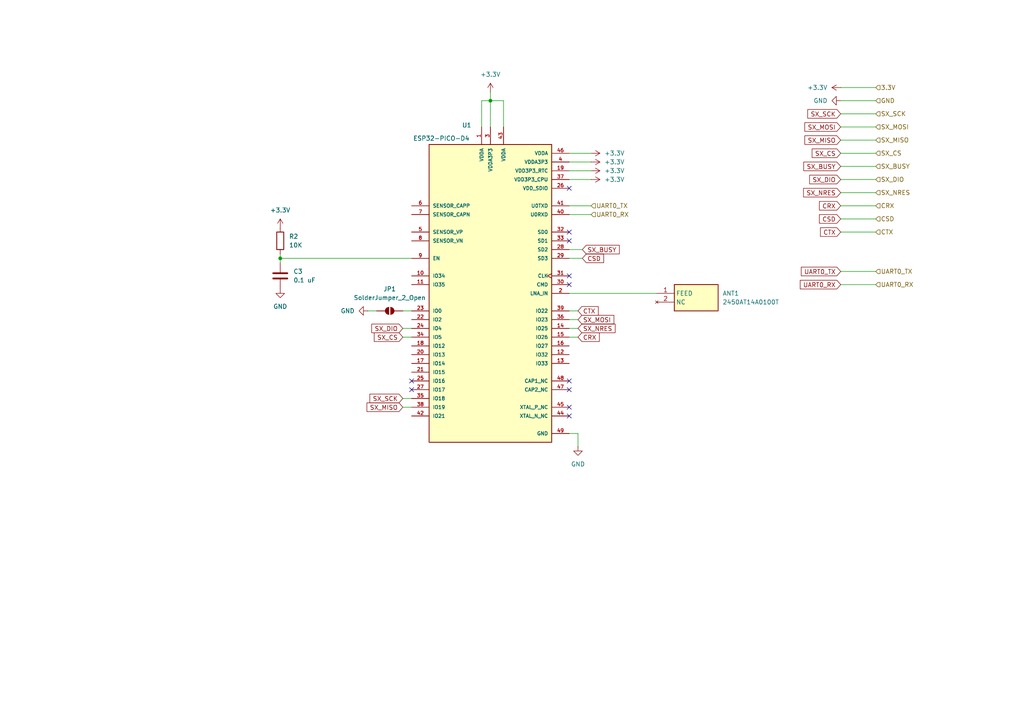
<source format=kicad_sch>
(kicad_sch (version 20231120) (generator "eeschema") (generator_version "8.0")
  (paper "A4")
  (lib_symbols
    (symbol "2450AT14A0100T:2450AT14A0100T"
      (property "Reference" "ANT" (at 19.05 7.62 0))
      (property "Value" "2450AT14A0100T" (at 19.05 5.08 0))
      (symbol "2450AT14A0100T_1_1"
        (rectangle (start 5.08 2.54) (end 17.78 -5.08) (stroke (width 0.254)) (fill (type background)))
        (pin input line (at 0 0 0) (length 5.08) (name "FEED") (number "1"))
        (pin no_connect line (at 0 -2.54 0) (length 5.08) (name "NC") (number "2"))
      )
    )
    (symbol "Device:C" (pin_numbers hide) (pin_names (offset 0.254))
      (property "Reference" "C" (at 0.635 2.54 0))
      (property "Value" "C" (at 0.635 -2.54 0))
      (symbol "C_0_1"
        (polyline (pts (xy -2.032 -0.762) (xy 2.032 -0.762)) (stroke (width 0.508)))
        (polyline (pts (xy -2.032 0.762) (xy 2.032 0.762)) (stroke (width 0.508)))
      )
      (symbol "C_1_1"
        (pin passive line (at 0 3.81 270) (length 2.794) (name "~") (number "1"))
        (pin passive line (at 0 -3.81 90) (length 2.794) (name "~") (number "2"))
      )
    )
    (symbol "Device:R" (pin_numbers hide) (pin_names (offset 0))
      (property "Reference" "R" (at 2.032 0 90))
      (property "Value" "R" (at 0 0 90))
      (symbol "R_0_1"
        (rectangle (start -1.016 -2.54) (end 1.016 2.54) (stroke (width 0.254)))
      )
      (symbol "R_1_1"
        (pin passive line (at 0 3.81 270) (length 1.27) (name "~") (number "1"))
        (pin passive line (at 0 -3.81 90) (length 1.27) (name "~") (number "2"))
      )
    )
    (symbol "ESP32-PICO-D4:ESP32-PICO-D4" (pin_names (offset 1.016))
      (property "Reference" "U" (at -17.78 44.069 0))
      (property "Value" "ESP32-PICO-D4" (at -17.78 -45.72 0))
      (symbol "ESP32-PICO-D4_0_0"
        (rectangle (start -17.78 43.18) (end 17.78 -43.18) (stroke (width 0.254)) (fill (type background)))
        (pin power_in line (at -2.54 48.26 270) (length 5.08) (name "VDDA") (number "1"))
        (pin input line (at -22.86 5.08 0) (length 5.08) (name "IO34") (number "10"))
        (pin input line (at -22.86 2.54 0) (length 5.08) (name "IO35") (number "11"))
        (pin bidirectional line (at 22.86 -17.78 180) (length 5.08) (name "IO32") (number "12"))
        (pin bidirectional line (at 22.86 -20.32 180) (length 5.08) (name "IO33") (number "13"))
        (pin bidirectional line (at 22.86 -10.16 180) (length 5.08) (name "IO25") (number "14"))
        (pin bidirectional line (at 22.86 -12.7 180) (length 5.08) (name "IO26") (number "15"))
        (pin bidirectional line (at 22.86 -15.24 180) (length 5.08) (name "IO27") (number "16"))
        (pin bidirectional line (at -22.86 -20.32 0) (length 5.08) (name "IO14") (number "17"))
        (pin bidirectional line (at -22.86 -15.24 0) (length 5.08) (name "IO12") (number "18"))
        (pin power_in line (at 22.86 35.56 180) (length 5.08) (name "VDD3P3_RTC") (number "19"))
        (pin bidirectional line (at 22.86 0 180) (length 5.08) (name "LNA_IN") (number "2"))
        (pin bidirectional line (at -22.86 -17.78 0) (length 5.08) (name "IO13") (number "20"))
        (pin bidirectional line (at -22.86 -22.86 0) (length 5.08) (name "IO15") (number "21"))
        (pin bidirectional line (at -22.86 -7.62 0) (length 5.08) (name "IO2") (number "22"))
        (pin bidirectional line (at -22.86 -5.08 0) (length 5.08) (name "IO0") (number "23"))
        (pin bidirectional line (at -22.86 -10.16 0) (length 5.08) (name "IO4") (number "24"))
        (pin bidirectional line (at -22.86 -25.4 0) (length 5.08) (name "IO16") (number "25"))
        (pin power_in line (at 22.86 30.48 180) (length 5.08) (name "VDD_SDIO") (number "26"))
        (pin bidirectional line (at -22.86 -27.94 0) (length 5.08) (name "IO17") (number "27"))
        (pin bidirectional line (at 22.86 12.7 180) (length 5.08) (name "SD2") (number "28"))
        (pin bidirectional line (at 22.86 10.16 180) (length 5.08) (name "SD3") (number "29"))
        (pin power_in line (at 0 48.26 270) (length 5.08) (name "VDDA3P3") (number "3"))
        (pin bidirectional line (at 22.86 2.54 180) (length 5.08) (name "CMD") (number "30"))
        (pin bidirectional clock (at 22.86 5.08 180) (length 5.08) (name "CLK") (number "31"))
        (pin bidirectional line (at 22.86 17.78 180) (length 5.08) (name "SD0") (number "32"))
        (pin bidirectional line (at 22.86 15.24 180) (length 5.08) (name "SD1") (number "33"))
        (pin bidirectional line (at -22.86 -12.7 0) (length 5.08) (name "IO5") (number "34"))
        (pin bidirectional line (at -22.86 -30.48 0) (length 5.08) (name "IO18") (number "35"))
        (pin bidirectional line (at 22.86 -7.62 180) (length 5.08) (name "IO23") (number "36"))
        (pin power_in line (at 22.86 33.02 180) (length 5.08) (name "VDD3P3_CPU") (number "37"))
        (pin bidirectional line (at -22.86 -33.02 0) (length 5.08) (name "IO19") (number "38"))
        (pin bidirectional line (at 22.86 -5.08 180) (length 5.08) (name "IO22") (number "39"))
        (pin power_in line (at 22.86 38.1 180) (length 5.08) (name "VDDA3P3") (number "4"))
        (pin bidirectional line (at 22.86 22.86 180) (length 5.08) (name "U0RXD") (number "40"))
        (pin bidirectional line (at 22.86 25.4 180) (length 5.08) (name "U0TXD") (number "41"))
        (pin bidirectional line (at -22.86 -35.56 0) (length 5.08) (name "IO21") (number "42"))
        (pin power_in line (at 3.81 48.26 270) (length 5.08) (name "VDDA") (number "43"))
        (pin power_in line (at 22.86 40.64 180) (length 5.08) (name "VDDA") (number "46"))
        (pin power_in line (at 22.86 -40.64 180) (length 5.08) (name "GND") (number "49"))
        (pin input line (at -22.86 17.78 0) (length 5.08) (name "SENSOR_VP") (number "5"))
        (pin input line (at -22.86 25.4 0) (length 5.08) (name "SENSOR_CAPP") (number "6"))
        (pin input line (at -22.86 22.86 0) (length 5.08) (name "SENSOR_CAPN") (number "7"))
        (pin input line (at -22.86 15.24 0) (length 5.08) (name "SENSOR_VN") (number "8"))
        (pin input line (at -22.86 10.16 0) (length 5.08) (name "EN") (number "9"))
      )
      (symbol "ESP32-PICO-D4_1_0"
        (pin input line (at 22.86 -35.56 180) (length 5.08) (name "XTAL_N_NC") (number "44"))
        (pin input line (at 22.86 -33.02 180) (length 5.08) (name "XTAL_P_NC") (number "45"))
        (pin input line (at 22.86 -27.94 180) (length 5.08) (name "CAP2_NC") (number "47"))
        (pin input line (at 22.86 -25.4 180) (length 5.08) (name "CAP1_NC") (number "48"))
      )
    )
    (symbol "Jumper:SolderJumper_2_Open" (pin_numbers hide) (pin_names (offset 0) hide) (exclude_from_sim yes) (in_bom no)
      (property "Reference" "JP" (at 0 2.032 0))
      (property "Value" "SolderJumper_2_Open" (at 0 -2.54 0))
      (symbol "SolderJumper_2_Open_0_1"
        (arc (start -0.254 1.016) (mid -1.2656 0) (end -0.254 -1.016))
        (arc (start -0.254 1.016) (mid -1.2656 0) (end -0.254 -1.016) (fill (type outline)))
        (polyline (pts (xy -0.254 1.016) (xy -0.254 -1.016)))
        (polyline (pts (xy 0.254 1.016) (xy 0.254 -1.016)))
        (arc (start 0.254 -1.016) (mid 1.2656 0) (end 0.254 1.016))
        (arc (start 0.254 -1.016) (mid 1.2656 0) (end 0.254 1.016) (fill (type outline)))
      )
      (symbol "SolderJumper_2_Open_1_1"
        (pin passive line (at -3.81 0 0) (length 2.54) (name "A") (number "1"))
        (pin passive line (at 3.81 0 180) (length 2.54) (name "B") (number "2"))
      )
    )
    (symbol "power:+3.3V" (power) (pin_numbers hide) (pin_names (offset 0) hide)
      (property "Value" "+3.3V" (at 0 3.556 0))
      (symbol "+3.3V_0_1"
        (polyline (pts (xy -0.762 1.27) (xy 0 2.54)))
        (polyline (pts (xy 0 0) (xy 0 2.54)))
        (polyline (pts (xy 0 2.54) (xy 0.762 1.27)))
      )
      (symbol "+3.3V_1_1"
        (pin power_in line (at 0 0 90) (length 0) (name "~") (number "1"))
      )
    )
    (symbol "power:GND" (power) (pin_numbers hide) (pin_names (offset 0) hide)
      (property "Value" "GND" (at 0 -3.81 0))
      (symbol "GND_0_1"
        (polyline (pts (xy 0 0) (xy 0 -1.27) (xy 1.27 -1.27) (xy 0 -2.54) (xy -1.27 -1.27) (xy 0 -1.27)))
      )
      (symbol "GND_1_1"
        (pin power_in line (at 0 0 270) (length 0) (name "~") (number "1"))
      )
    )
  )
  (junction (at 81.28 74.93))
  (junction (at 142.24 29.21))
  (no_connect (at 165.1 80.01))
  (no_connect (at 165.1 69.85))
  (no_connect (at 165.1 120.65))
  (no_connect (at 165.1 54.61))
  (no_connect (at 165.1 118.11))
  (no_connect (at 119.38 110.49))
  (no_connect (at 165.1 67.31))
  (no_connect (at 165.1 113.03))
  (no_connect (at 165.1 82.55))
  (no_connect (at 119.38 113.03))
  (no_connect (at 165.1 110.49))
  (wire (pts (xy 167.64 97.79) (xy 165.1 97.79)))
  (wire (pts (xy 116.84 97.79) (xy 119.38 97.79)))
  (wire (pts (xy 146.05 29.21) (xy 146.05 36.83)))
  (wire (pts (xy 243.84 52.07) (xy 254 52.07)))
  (wire (pts (xy 116.84 90.17) (xy 119.38 90.17)))
  (wire (pts (xy 139.7 29.21) (xy 139.7 36.83)))
  (wire (pts (xy 116.84 118.11) (xy 119.38 118.11)))
  (wire (pts (xy 165.1 95.25) (xy 167.64 95.25)))
  (wire (pts (xy 243.84 63.5) (xy 254 63.5)))
  (wire (pts (xy 116.84 115.57) (xy 119.38 115.57)))
  (wire (pts (xy 167.64 92.71) (xy 165.1 92.71)))
  (wire (pts (xy 81.28 74.93) (xy 81.28 76.2)))
  (wire (pts (xy 243.84 40.64) (xy 254 40.64)))
  (wire (pts (xy 142.24 29.21) (xy 139.7 29.21)))
  (wire (pts (xy 116.84 95.25) (xy 119.38 95.25)))
  (wire (pts (xy 243.84 67.31) (xy 254 67.31)))
  (wire (pts (xy 165.1 74.93) (xy 168.91 74.93)))
  (wire (pts (xy 142.24 29.21) (xy 142.24 36.83)))
  (wire (pts (xy 243.84 55.88) (xy 254 55.88)))
  (wire (pts (xy 243.84 33.02) (xy 254 33.02)))
  (wire (pts (xy 165.1 62.23) (xy 171.45 62.23)))
  (wire (pts (xy 243.84 29.21) (xy 254 29.21)))
  (wire (pts (xy 165.1 59.69) (xy 171.45 59.69)))
  (wire (pts (xy 243.84 25.4) (xy 254 25.4)))
  (wire (pts (xy 243.84 36.83) (xy 254 36.83)))
  (wire (pts (xy 142.24 26.67) (xy 142.24 29.21)))
  (wire (pts (xy 106.68 90.17) (xy 109.22 90.17)))
  (wire (pts (xy 243.84 44.45) (xy 254 44.45)))
  (wire (pts (xy 243.84 78.74) (xy 254 78.74)))
  (wire (pts (xy 167.64 129.54) (xy 167.64 125.73)))
  (wire (pts (xy 81.28 73.66) (xy 81.28 74.93)))
  (wire (pts (xy 167.64 125.73) (xy 165.1 125.73)))
  (wire (pts (xy 243.84 59.69) (xy 254 59.69)))
  (wire (pts (xy 165.1 49.53) (xy 171.45 49.53)))
  (wire (pts (xy 81.28 74.93) (xy 119.38 74.93)))
  (wire (pts (xy 165.1 85.09) (xy 190.5 85.09)))
  (wire (pts (xy 165.1 90.17) (xy 167.64 90.17)))
  (wire (pts (xy 243.84 82.55) (xy 254 82.55)))
  (wire (pts (xy 165.1 46.99) (xy 171.45 46.99)))
  (wire (pts (xy 142.24 29.21) (xy 146.05 29.21)))
  (wire (pts (xy 165.1 44.45) (xy 171.45 44.45)))
  (wire (pts (xy 243.84 48.26) (xy 254 48.26)))
  (wire (pts (xy 165.1 52.07) (xy 171.45 52.07)))
  (wire (pts (xy 165.1 72.39) (xy 168.91 72.39)))
  (global_label "SX_DIO" (shape input) (at 243.84 52.07 180) (property "Intersheetrefs" "${INTERSHEET_REFS}" (effects (hide yes))))
  (global_label "SX_DIO" (shape input) (at 116.84 95.25 180) (property "Intersheetrefs" "${INTERSHEET_REFS}" (effects (hide yes))))
  (global_label "CRX" (shape input) (at 243.84 59.69 180) (property "Intersheetrefs" "${INTERSHEET_REFS}" (effects (hide yes))))
  (global_label "SX_MOSI" (shape input) (at 167.64 92.71 0) (property "Intersheetrefs" "${INTERSHEET_REFS}" (effects (hide yes))))
  (global_label "CTX" (shape input) (at 167.64 90.17 0) (property "Intersheetrefs" "${INTERSHEET_REFS}" (effects (hide yes))))
  (global_label "CSD" (shape input) (at 243.84 63.5 180) (property "Intersheetrefs" "${INTERSHEET_REFS}" (effects (hide yes))))
  (global_label "SX_CS" (shape input) (at 243.84 44.45 180) (property "Intersheetrefs" "${INTERSHEET_REFS}" (effects (hide yes))))
  (global_label "UART0_TX" (shape input) (at 243.84 78.74 180) (property "Intersheetrefs" "${INTERSHEET_REFS}" (effects (hide yes))))
  (global_label "CTX" (shape input) (at 243.84 67.31 180) (property "Intersheetrefs" "${INTERSHEET_REFS}" (effects (hide yes))))
  (global_label "SX_MOSI" (shape input) (at 243.84 36.83 180) (property "Intersheetrefs" "${INTERSHEET_REFS}" (effects (hide yes))))
  (global_label "SX_NRES" (shape input) (at 243.84 55.88 180) (property "Intersheetrefs" "${INTERSHEET_REFS}" (effects (hide yes))))
  (global_label "SX_SCK" (shape input) (at 243.84 33.02 180) (property "Intersheetrefs" "${INTERSHEET_REFS}" (effects (hide yes))))
  (global_label "CRX" (shape input) (at 167.64 97.79 0) (property "Intersheetrefs" "${INTERSHEET_REFS}" (effects (hide yes))))
  (global_label "SX_MISO" (shape input) (at 243.84 40.64 180) (property "Intersheetrefs" "${INTERSHEET_REFS}" (effects (hide yes))))
  (global_label "UART0_RX" (shape input) (at 243.84 82.55 180) (property "Intersheetrefs" "${INTERSHEET_REFS}" (effects (hide yes))))
  (global_label "SX_BUSY" (shape input) (at 243.84 48.26 180) (property "Intersheetrefs" "${INTERSHEET_REFS}" (effects (hide yes))))
  (global_label "SX_BUSY" (shape input) (at 168.91 72.39 0) (property "Intersheetrefs" "${INTERSHEET_REFS}" (effects (hide yes))))
  (global_label "CSD" (shape input) (at 168.91 74.93 0) (property "Intersheetrefs" "${INTERSHEET_REFS}" (effects (hide yes))))
  (global_label "SX_SCK" (shape input) (at 116.84 115.57 180) (property "Intersheetrefs" "${INTERSHEET_REFS}" (effects (hide yes))))
  (global_label "SX_CS" (shape input) (at 116.84 97.79 180) (property "Intersheetrefs" "${INTERSHEET_REFS}" (effects (hide yes))))
  (global_label "SX_NRES" (shape input) (at 167.64 95.25 0) (property "Intersheetrefs" "${INTERSHEET_REFS}" (effects (hide yes))))
  (global_label "SX_MISO" (shape input) (at 116.84 118.11 180) (property "Intersheetrefs" "${INTERSHEET_REFS}" (effects (hide yes))))
  (hierarchical_label "SX_BUSY" (shape input) (at 254 48.26 0))
  (hierarchical_label "GND" (shape input) (at 254 29.21 0))
  (hierarchical_label "SX_CS" (shape input) (at 254 44.45 0))
  (hierarchical_label "CTX" (shape input) (at 254 67.31 0))
  (hierarchical_label "3.3V" (shape input) (at 254 25.4 0))
  (hierarchical_label "SX_MOSI" (shape input) (at 254 36.83 0))
  (hierarchical_label "UART0_RX" (shape input) (at 254 82.55 0))
  (hierarchical_label "SX_DIO" (shape input) (at 254 52.07 0))
  (hierarchical_label "CRX" (shape input) (at 254 59.69 0))
  (hierarchical_label "UART0_TX" (shape input) (at 254 78.74 0))
  (hierarchical_label "UART0_RX" (shape input) (at 171.45 62.23 0))
  (hierarchical_label "SX_MISO" (shape input) (at 254 40.64 0))
  (hierarchical_label "SX_NRES" (shape input) (at 254 55.88 0))
  (hierarchical_label "UART0_TX" (shape input) (at 171.45 59.69 0))
  (hierarchical_label "SX_SCK" (shape input) (at 254 33.02 0))
  (hierarchical_label "CSD" (shape input) (at 254 63.5 0))
  (symbol (lib_id "2450AT14A0100T:2450AT14A0100T") (at 190.5 85.09 0) (unit 1)
    (property "Reference" "ANT1" (at 209.55 85.0899 0) (effects (justify left)))
    (property "Value" "2450AT14A0100T" (at 209.55 87.6299 0) (effects (justify left)))
    (property "Footprint" "ANTC1608X40N" (effects (hide yes)))
    (property "Datasheet" "https://www.johansontechnology.com/datasheets/2450AT14A0100/2450AT14A0100.pdf" (effects (hide yes)))
    (property "Description" "Antennas SMALL AREA 2.4G ANT" (effects (hide yes)))
    (property "Height" "0.4" (effects (hide yes)))
    (property "Mouser Part Number" "609-2450AT14A0100T" (effects (hide yes)))
    (property "Mouser Price/Stock" "https://www.mouser.co.uk/ProductDetail/Johanson-Technology/2450AT14A0100T?qs=YCa%2FAAYMW01CU618jkZ%252BCw%3D%3D" (effects (hide yes)))
    (property "Manufacturer_Name" "JOHANSON TECHNOLOGY" (effects (hide yes)))
    (property "Manufacturer_Part_Number" "2450AT14A0100T" (effects (hide yes)))
  )
  (symbol (lib_id "power:+3.3V") (at 171.45 49.53 270) (unit 1)
    (property "Reference" "#PWR022" (effects (hide yes)))
    (property "Value" "+3.3V" (at 175.26 49.5299 90) (effects (justify left)))
    (property "Description" "Power symbol creates a global label with name \"+3.3V\"" (effects (hide yes)))
  )
  (symbol (lib_id "power:GND") (at 243.84 29.21 270) (unit 1)
    (property "Reference" "#PWR019" (effects (hide yes)))
    (property "Value" "GND" (at 240.03 29.2099 90) (effects (justify right)))
    (property "Description" "Power symbol creates a global label with name \"GND\" , ground" (effects (hide yes)))
  )
  (symbol (lib_id "power:+3.3V") (at 171.45 52.07 270) (unit 1)
    (property "Reference" "#PWR023" (effects (hide yes)))
    (property "Value" "+3.3V" (at 175.26 52.0699 90) (effects (justify left)))
    (property "Description" "Power symbol creates a global label with name \"+3.3V\"" (effects (hide yes)))
  )
  (symbol (lib_id "power:+3.3V") (at 171.45 44.45 270) (unit 1)
    (property "Reference" "#PWR020" (effects (hide yes)))
    (property "Value" "+3.3V" (at 175.26 44.4499 90) (effects (justify left)))
    (property "Description" "Power symbol creates a global label with name \"+3.3V\"" (effects (hide yes)))
  )
  (symbol (lib_id "ESP32-PICO-D4:ESP32-PICO-D4") (at 142.24 85.09 0) (unit 1)
    (property "Reference" "U1" (at 135.382 36.322 0))
    (property "Value" "ESP32-PICO-D4" (at 128.016 40.132 0))
    (property "Footprint" "ESP32-PICO-D4:PQFN50P700X700X104-49N" (effects (hide yes)))
    (property "MF" "Espressif Systems" (effects (hide yes)))
    (property "MAXIMUM_PACKAGE_HEIGHT" "1.04 mm" (effects (hide yes)))
    (property "Package" "SMD-48 Espressif Systems" (effects (hide yes)))
    (property "Price" "None" (effects (hide yes)))
    (property "Check_prices" "https://www.snapeda.com/parts/ESP32-PICO-D4/Espressif+Systems/view-part/?ref=eda" (effects (hide yes)))
    (property "STANDARD" "IPC 7351B" (effects (hide yes)))
    (property "PARTREV" "v1.9" (effects (hide yes)))
    (property "SnapEDA_Link" "https://www.snapeda.com/parts/ESP32-PICO-D4/Espressif+Systems/view-part/?ref=snap" (effects (hide yes)))
    (property "MP" "ESP32-PICO-D4" (effects (hide yes)))
    (property "Description_1" "\nBluetooth, WiFi 802.11b/g/n, Bluetooth v4.2 +EDR, Class 1, 2 and 3 Transceiver Module 2.4GHz ~ 2.5GHz - Surface Mount\n" (effects (hide yes)))
    (property "Availability" "In Stock" (effects (hide yes)))
    (property "MANUFACTURER" "Espressif Systems" (effects (hide yes)))
  )
  (symbol (lib_id "Jumper:SolderJumper_2_Open") (at 113.03 90.17 0) (unit 1) (exclude_from_sim yes) (in_bom no)
    (property "Reference" "JP1" (at 113.03 83.82 0))
    (property "Value" "SolderJumper_2_Open" (at 113.03 86.36 0))
    (property "Footprint" "Jumper:SolderJumper-2_P1.3mm_Open_TrianglePad1.0x1.5mm" (effects (hide yes)))
    (property "Description" "Solder Jumper, 2-pole, open" (effects (hide yes)))
  )
  (symbol (lib_id "power:GND") (at 167.64 129.54 0) (unit 1)
    (property "Reference" "#PWR06" (effects (hide yes)))
    (property "Value" "GND" (at 167.64 134.62 0))
    (property "Description" "Power symbol creates a global label with name \"GND\" , ground" (effects (hide yes)))
  )
  (symbol (lib_id "power:+3.3V") (at 243.84 25.4 90) (unit 1)
    (property "Reference" "#PWR018" (effects (hide yes)))
    (property "Value" "+3.3V" (at 240.03 25.3999 90) (effects (justify left)))
    (property "Description" "Power symbol creates a global label with name \"+3.3V\"" (effects (hide yes)))
  )
  (symbol (lib_id "power:GND") (at 81.28 83.82 0) (unit 1)
    (property "Reference" "#PWR025" (effects (hide yes)))
    (property "Value" "GND" (at 81.28 88.9 0))
    (property "Description" "Power symbol creates a global label with name \"GND\" , ground" (effects (hide yes)))
  )
  (symbol (lib_id "power:+3.3V") (at 81.28 66.04 0) (unit 1)
    (property "Reference" "#PWR024" (effects (hide yes)))
    (property "Value" "+3.3V" (at 81.28 60.96 0))
    (property "Description" "Power symbol creates a global label with name \"+3.3V\"" (effects (hide yes)))
  )
  (symbol (lib_id "power:+3.3V") (at 142.24 26.67 0) (unit 1)
    (property "Reference" "#PWR07" (effects (hide yes)))
    (property "Value" "+3.3V" (at 142.24 21.59 0))
    (property "Description" "Power symbol creates a global label with name \"+3.3V\"" (effects (hide yes)))
  )
  (symbol (lib_id "Device:R") (at 81.28 69.85 0) (unit 1)
    (property "Reference" "R2" (at 83.82 68.5799 0) (effects (justify left)))
    (property "Value" "10K" (at 83.82 71.1199 0) (effects (justify left)))
    (property "Footprint" "Resistor_SMD:R_0603_1608Metric_Pad0.98x0.95mm_HandSolder" (effects (hide yes)))
    (property "Description" "Resistor" (effects (hide yes)))
  )
  (symbol (lib_id "power:GND") (at 106.68 90.17 270) (unit 1)
    (property "Reference" "#PWR05" (effects (hide yes)))
    (property "Value" "GND" (at 102.87 90.1699 90) (effects (justify right)))
    (property "Description" "Power symbol creates a global label with name \"GND\" , ground" (effects (hide yes)))
  )
  (symbol (lib_id "Device:C") (at 81.28 80.01 0) (unit 1)
    (property "Reference" "C3" (at 85.09 78.7399 0) (effects (justify left)))
    (property "Value" "0.1 uF" (at 85.09 81.2799 0) (effects (justify left)))
    (property "Footprint" "Capacitor_SMD:C_0603_1608Metric_Pad1.08x0.95mm_HandSolder" (effects (hide yes)))
    (property "Description" "Unpolarized capacitor" (effects (hide yes)))
  )
  (symbol (lib_id "power:+3.3V") (at 171.45 46.99 270) (unit 1)
    (property "Reference" "#PWR021" (effects (hide yes)))
    (property "Value" "+3.3V" (at 175.26 46.9899 90) (effects (justify left)))
    (property "Description" "Power symbol creates a global label with name \"+3.3V\"" (effects (hide yes)))
  )
)
</source>
